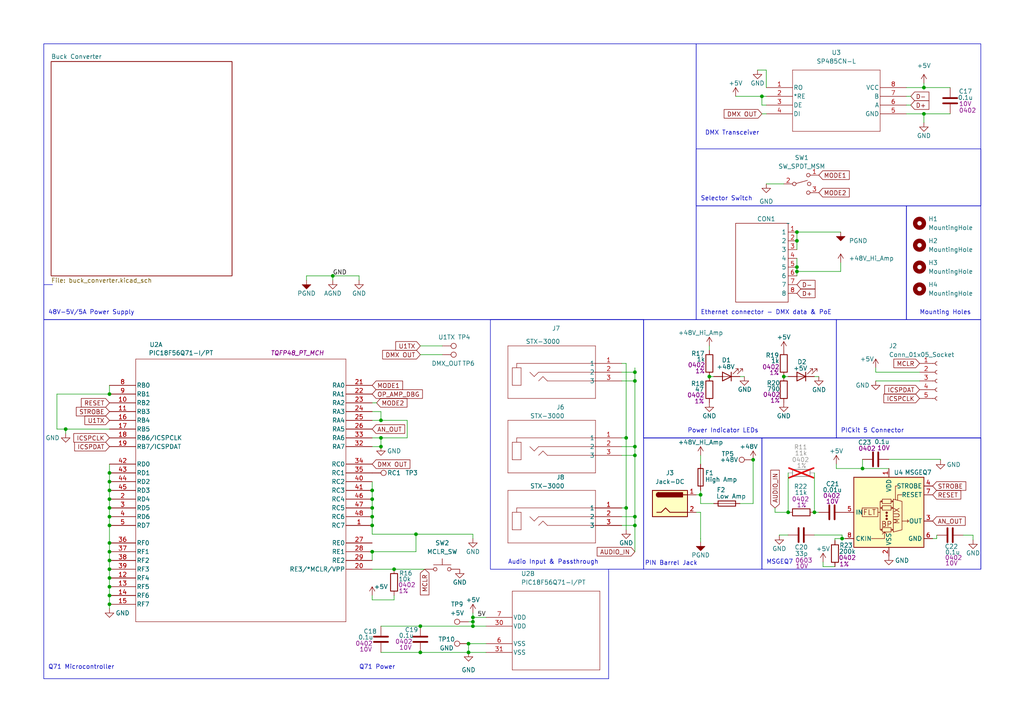
<source format=kicad_sch>
(kicad_sch (version 20230121) (generator eeschema)
  (paper "A4")
  (title_block (title "DMX Demo Transmitter") (date "2023-07-21") (rev "1") (company "Microchip") (comment 1 "Josh Booth"))
  (lib_symbols
    (symbol "+4V_1" (power) (pin_names (offset 0))
      (property "Value" "+4V_1" (at 0 3.81 0))
      (symbol "+4V_1_1_1"
        (pin power_in line (at 0 0 90) (length 0) hide (name "+48V_Hi_Amp") (number "1"))
      )
    )
    (symbol "Audio:MSGEQ7"
      (property "Reference" "U" (at -2.54 13.97 0))
      (property "Value" "MSGEQ7" (at -2.54 11.43 0))
      (symbol "MSGEQ7_0_0"
        (text "BP" (at -0.635 -3.429 0) (effects (font (size 1.524 1.524))))
        (text "FLT" (at -5.588 0 0) (effects (font (size 1.524 1.524))))
        (text "MUX" (at 2.286 -1.016 900) (effects (font (size 1.524 1.524))))
      )
      (symbol "MSGEQ7_1_1"
        (pin power_in line (at 0 12.7 270) (length 2.54) (name "VDD") (number "1"))
        (pin power_in line (at 0 -12.7 90) (length 2.54) (name "VSS") (number "2"))
        (pin output line (at 12.7 -2.54 180) (length 2.54) (name "OUT") (number "3"))
        (pin input line (at 12.7 7.62 180) (length 2.54) (name "STROBE") (number "4"))
        (pin input line (at -12.7 0 0) (length 2.54) (name "IN") (number "5"))
        (pin power_out line (at 12.7 -7.62 180) (length 2.54) (name "GND") (number "6"))
        (pin input line (at 12.7 5.08 180) (length 2.54) (name "RESET") (number "7"))
        (pin input line (at -12.7 -7.62 0) (length 2.54) (name "CKIN") (number "8"))
      )
    )
    (symbol "Connector:Conn_01x05_Socket" (pin_names (offset 1.016) hide)
      (property "Reference" "J" (at 0 7.62 0))
      (property "Value" "Conn_01x05_Socket" (at 0 -7.62 0))
      (symbol "Conn_01x05_Socket_1_1"
        (pin passive line (at -5.08 5.08 0) (length 3.81) (name "Pin_1") (number "1"))
        (pin passive line (at -5.08 2.54 0) (length 3.81) (name "Pin_2") (number "2"))
        (pin passive line (at -5.08 0 0) (length 3.81) (name "Pin_3") (number "3"))
        (pin passive line (at -5.08 -2.54 0) (length 3.81) (name "Pin_4") (number "4"))
        (pin passive line (at -5.08 -5.08 0) (length 3.81) (name "Pin_5") (number "5"))
      )
    )
    (symbol "Connector:Jack-DC" (pin_names (offset 1.016))
      (property "Reference" "J" (at 0 5.334 0))
      (property "Value" "Jack-DC" (at 0 -5.08 0))
      (symbol "Jack-DC_1_1"
        (pin passive line (at 7.62 2.54 180) (length 2.54) (name "~") (number "1"))
        (pin passive line (at 7.62 -2.54 180) (length 2.54) (name "~") (number "2"))
      )
    )
    (symbol "Connector:TestPoint" (pin_numbers hide) (pin_names (offset 0.762) hide)
      (property "Reference" "TP" (at 0 6.858 0))
      (property "Value" "TestPoint" (at 0 5.08 0))
      (symbol "TestPoint_1_1"
        (pin passive line (at 0 0 90) (length 2.54) (name "1") (number "1"))
      )
    )
    (symbol "Device:C" (pin_numbers hide) (pin_names (offset 0.254))
      (property "Reference" "C" (at 0.635 2.54 0))
      (property "Value" "C" (at 0.635 -2.54 0))
      (symbol "C_1_1"
        (pin passive line (at 0 3.81 270) (length 2.794) (name "~") (number "1"))
        (pin passive line (at 0 -3.81 90) (length 2.794) (name "~") (number "2"))
      )
    )
    (symbol "Device:Fuse" (pin_numbers hide) (pin_names (offset 0))
      (property "Reference" "F" (at 2.032 0 90))
      (property "Value" "Fuse" (at -1.905 0 90))
      (symbol "Fuse_1_1"
        (pin passive line (at 0 3.81 270) (length 1.27) (name "~") (number "1"))
        (pin passive line (at 0 -3.81 90) (length 1.27) (name "~") (number "2"))
      )
    )
    (symbol "Device:LED" (pin_numbers hide) (pin_names (offset 1.016) hide)
      (property "Reference" "D" (at 0 2.54 0))
      (property "Value" "LED" (at 0 -2.54 0))
      (symbol "LED_1_1"
        (pin passive line (at -3.81 0 0) (length 2.54) (name "K") (number "1"))
        (pin passive line (at 3.81 0 180) (length 2.54) (name "A") (number "2"))
      )
    )
    (symbol "Device:R" (pin_numbers hide) (pin_names (offset 0))
      (property "Reference" "R" (at 2.032 0 90))
      (property "Value" "R" (at 0 0 90))
      (symbol "R_1_1"
        (pin passive line (at 0 3.81 270) (length 1.27) (name "~") (number "1"))
        (pin passive line (at 0 -3.81 90) (length 1.27) (name "~") (number "2"))
      )
    )
    (symbol "GND1_1" (power) (pin_names (offset 0))
      (property "Value" "PGND" (at 3.81 -2.54 0))
      (symbol "GND1_1_1_1"
        (pin power_in line (at 0 0 0) (length 0) hide (name "PGND") (number "1"))
      )
    )
    (symbol "GND_1" (power) (pin_names (offset 0))
      (property "Value" "GND_1" (at -3.81 -2.54 0))
      (symbol "GND_1_1_1"
        (pin power_in line (at 0 0 270) (length 0) hide (name "AGND") (number "1"))
      )
    )
    (symbol "Mechanical:MountingHole" (pin_names (offset 1.016))
      (property "Reference" "H" (at 0 5.08 0))
      (property "Value" "MountingHole" (at 0 3.175 0))
    )
    (symbol "PIC18F56Q71-I-PT:PIC18F56Q71-I_PT" (pin_names (offset 0.254))
      (property "Reference" "U" (at 38.1 12.7 0))
      (property "Value" "PIC18F56Q71-I/PT" (at 38.1 10.16 0))
      (symbol "PIC18F56Q71-I_PT_1_1"
        (pin bidirectional line (at 76.2 -40.64 180) (length 7.62) (name "RC7") (number "1"))
        (pin bidirectional line (at 0 -5.08 0) (length 7.62) (name "RB2") (number "10"))
        (pin bidirectional line (at 0 -7.62 0) (length 7.62) (name "RB3") (number "11"))
        (pin bidirectional line (at 0 -55.88 0) (length 7.62) (name "RF4") (number "12"))
        (pin bidirectional line (at 0 -58.42 0) (length 7.62) (name "RF5") (number "13"))
        (pin bidirectional line (at 0 -60.96 0) (length 7.62) (name "RF6") (number "14"))
        (pin bidirectional line (at 0 -63.5 0) (length 7.62) (name "RF7") (number "15"))
        (pin bidirectional line (at 0 -10.16 0) (length 7.62) (name "RB4") (number "16"))
        (pin bidirectional line (at 0 -12.7 0) (length 7.62) (name "RB5") (number "17"))
        (pin bidirectional line (at 0 -15.24 0) (length 7.62) (name "RB6/ICSPCLK") (number "18"))
        (pin bidirectional line (at 0 -17.78 0) (length 7.62) (name "RB7/ICSPDAT") (number "19"))
        (pin bidirectional line (at 0 -33.02 0) (length 7.62) (name "RD4") (number "2"))
        (pin bidirectional line (at 76.2 -53.34 180) (length 7.62) (name "RE3/*MCLR/VPP") (number "20"))
        (pin bidirectional line (at 76.2 0 180) (length 7.62) (name "RA0") (number "21"))
        (pin bidirectional line (at 76.2 -2.54 180) (length 7.62) (name "RA1") (number "22"))
        (pin bidirectional line (at 76.2 -5.08 180) (length 7.62) (name "RA2") (number "23"))
        (pin bidirectional line (at 76.2 -7.62 180) (length 7.62) (name "RA3") (number "24"))
        (pin bidirectional line (at 76.2 -10.16 180) (length 7.62) (name "RA4") (number "25"))
        (pin bidirectional line (at 76.2 -12.7 180) (length 7.62) (name "RA5") (number "26"))
        (pin bidirectional line (at 76.2 -45.72 180) (length 7.62) (name "RE0") (number "27"))
        (pin bidirectional line (at 76.2 -48.26 180) (length 7.62) (name "RE1") (number "28"))
        (pin bidirectional line (at 76.2 -50.8 180) (length 7.62) (name "RE2") (number "29"))
        (pin bidirectional line (at 0 -35.56 0) (length 7.62) (name "RD5") (number "3"))
        (pin bidirectional line (at 76.2 -17.78 180) (length 7.62) (name "RA7") (number "32"))
        (pin bidirectional line (at 76.2 -15.24 180) (length 7.62) (name "RA6") (number "33"))
        (pin bidirectional line (at 76.2 -22.86 180) (length 7.62) (name "RC0") (number "34"))
        (pin bidirectional line (at 76.2 -25.4 180) (length 7.62) (name "RC1") (number "35"))
        (pin bidirectional line (at 0 -45.72 0) (length 7.62) (name "RF0") (number "36"))
        (pin bidirectional line (at 0 -48.26 0) (length 7.62) (name "RF1") (number "37"))
        (pin bidirectional line (at 0 -50.8 0) (length 7.62) (name "RF2") (number "38"))
        (pin bidirectional line (at 0 -53.34 0) (length 7.62) (name "RF3") (number "39"))
        (pin bidirectional line (at 0 -38.1 0) (length 7.62) (name "RD6") (number "4"))
        (pin bidirectional line (at 76.2 -27.94 180) (length 7.62) (name "RC2") (number "40"))
        (pin bidirectional line (at 76.2 -30.48 180) (length 7.62) (name "RC3") (number "41"))
        (pin bidirectional line (at 0 -22.86 0) (length 7.62) (name "RD0") (number "42"))
        (pin bidirectional line (at 0 -25.4 0) (length 7.62) (name "RD1") (number "43"))
        (pin bidirectional line (at 0 -27.94 0) (length 7.62) (name "RD2") (number "44"))
        (pin bidirectional line (at 0 -30.48 0) (length 7.62) (name "RD3") (number "45"))
        (pin bidirectional line (at 76.2 -33.02 180) (length 7.62) (name "RC4") (number "46"))
        (pin bidirectional line (at 76.2 -35.56 180) (length 7.62) (name "RC5") (number "47"))
        (pin bidirectional line (at 76.2 -38.1 180) (length 7.62) (name "RC6") (number "48"))
        (pin bidirectional line (at 0 -40.64 0) (length 7.62) (name "RD7") (number "5"))
        (pin bidirectional line (at 0 0 0) (length 7.62) (name "RB0") (number "8"))
        (pin bidirectional line (at 0 -2.54 0) (length 7.62) (name "RB1") (number "9"))
      )
      (symbol "PIC18F56Q71-I_PT_2_1"
        (pin power_in line (at 0 -2.54 0) (length 7.62) (name "VDD") (number "30"))
        (pin power_out line (at 0 -10.16 0) (length 7.62) (name "VSS") (number "31"))
        (pin power_out line (at 0 -7.62 0) (length 7.62) (name "VSS") (number "6"))
        (pin power_in line (at 0 0 0) (length 7.62) (name "VDD") (number "7"))
      )
    )
    (symbol "SP485CN-L:SP485CN-L" (pin_names (offset 0.254))
      (property "Reference" "U" (at 20.32 10.16 0))
      (property "Value" "SP485CN-L" (at 20.32 7.62 0))
      (symbol "SP485CN-L_0_1"
        (pin output line (at 0 0 0) (length 7.62) (name "RO") (number "1"))
        (pin output line (at 0 -2.54 0) (length 7.62) (name "*RE") (number "2"))
        (pin output line (at 0 -5.08 0) (length 7.62) (name "DE") (number "3"))
        (pin input line (at 0 -7.62 0) (length 7.62) (name "DI") (number "4"))
        (pin power_out line (at 40.64 -7.62 180) (length 7.62) (name "GND") (number "5"))
        (pin bidirectional line (at 40.64 -5.08 180) (length 7.62) (name "A") (number "6"))
        (pin bidirectional line (at 40.64 -2.54 180) (length 7.62) (name "B") (number "7"))
        (pin power_in line (at 40.64 0 180) (length 7.62) (name "VCC") (number "8"))
      )
    )
    (symbol "STX-3000:STX-3000" (pin_names (offset 0.254))
      (property "Reference" "J" (at -20.32 10.16 0))
      (property "Value" "STX-3000" (at -20.32 7.62 0))
      (symbol "STX-3000_0_1"
        (pin unspecified line (at 0 0 180) (length 7.62) (name "1") (number "1"))
        (pin unspecified line (at 0 -2.54 180) (length 7.62) (name "2") (number "2"))
        (pin unspecified line (at 0 -5.08 180) (length 7.62) (name "3") (number "3"))
      )
    )
    (symbol "Switch:SW_Push" (pin_numbers hide) (pin_names (offset 1.016) hide)
      (property "Reference" "SW" (at 1.27 2.54 0))
      (property "Value" "SW_Push" (at 0 -1.524 0))
      (symbol "SW_Push_0_1"
        (pin passive line (at -5.08 0 0) (length 2.54) (name "1") (number "1"))
        (pin passive line (at 5.08 0 180) (length 2.54) (name "2") (number "2"))
      )
    )
    (symbol "Switch:SW_SPDT_MSM" (pin_names (offset 0) hide)
      (property "Reference" "SW" (at 0 5.08 0))
      (property "Value" "SW_SPDT_MSM" (at 0 -5.08 0))
      (symbol "SW_SPDT_MSM_1_1"
        (pin passive line (at 5.08 2.54 180) (length 2.54) (name "1") (number "1"))
        (pin passive line (at -5.08 0 0) (length 2.54) (name "2") (number "2"))
        (pin passive line (at 5.08 -2.54 180) (length 2.54) (name "3") (number "3"))
      )
    )
    (symbol "dmx_components_library:E5J88-00LJG2-L"
      (property "Reference" "CON" (at 1.27 1.27 0))
      (symbol "E5J88-00LJG2-L_1_1"
        (pin bidirectional line (at -2.54 -2.54 0) (length 2.54) (name "1") (number "1"))
        (pin bidirectional line (at -2.54 -5.08 0) (length 2.54) (name "2") (number "2"))
        (pin bidirectional line (at -2.54 -7.62 0) (length 2.54) (name "3") (number "3"))
        (pin bidirectional line (at -2.54 -10.16 0) (length 2.54) (name "4") (number "4"))
        (pin bidirectional line (at -2.54 -12.7 0) (length 2.54) (name "5") (number "5"))
        (pin bidirectional line (at -2.54 -15.24 0) (length 2.54) (name "6") (number "6"))
        (pin bidirectional line (at -2.54 -17.78 0) (length 2.54) (name "7") (number "7"))
        (pin bidirectional line (at -2.54 -20.32 0) (length 2.54) (name "8") (number "8"))
      )
    )
    (symbol "power:+48V" (power) (pin_names (offset 0))
      (property "Value" "+48V" (at 0 3.556 0))
      (symbol "+48V_1_1"
        (pin power_in line (at 0 0 90) (length 0) hide (name "+48V") (number "1"))
      )
    )
    (symbol "power:+5V" (power) (pin_names (offset 0))
      (property "Value" "+5V" (at 0 3.556 0))
      (symbol "+5V_1_1"
        (pin power_in line (at 0 0 90) (length 0) hide (name "+5V") (number "1"))
      )
    )
    (symbol "power:GND" (power) (pin_names (offset 0))
      (property "Value" "GND" (at 0 -3.81 0))
      (symbol "GND_1_1"
        (pin power_in line (at 0 0 270) (length 0) hide (name "GND") (number "1"))
      )
    )
    (symbol "power:GND1" (power) (pin_names (offset 0))
      (property "Value" "PGND" (at 0 -5.08 0))
      (symbol "GND1_1_1"
        (pin power_in line (at 0 0 270) (length 0) hide (name "PGND") (number "1"))
      )
    )
  )
  (junction (at 181.61 147.32))
  (junction (at 250.1638 135.89))
  (junction (at 184.15 110.49))
  (junction (at 96.52 80.01))
  (junction (at 107.95 149.86))
  (junction (at 231.14 67.31))
  (junction (at 184.15 129.54))
  (junction (at 31.75 167.64))
  (junction (at 184.15 149.86))
  (junction (at 244.2373 156.21))
  (junction (at 110.49 127))
  (junction (at 110.49 129.54))
  (junction (at 31.75 160.02))
  (junction (at 184.15 132.08))
  (junction (at 31.75 172.72))
  (junction (at 107.95 152.4))
  (junction (at 220.98 27.94))
  (junction (at 31.75 162.56))
  (junction (at 205.74 109.22))
  (junction (at 137.16 179.07))
  (junction (at 218.44 133.35))
  (junction (at 31.75 170.18))
  (junction (at 231.14 69.85))
  (junction (at 31.75 142.24))
  (junction (at 121.92 181.61))
  (junction (at 231.14 77.47))
  (junction (at 31.75 147.32))
  (junction (at 31.75 114.3))
  (junction (at 31.75 165.1))
  (junction (at 184.15 107.95))
  (junction (at 31.75 149.86))
  (junction (at 31.75 157.48))
  (junction (at 236.22 148.59))
  (junction (at 203.2 143.51))
  (junction (at 107.95 160.02))
  (junction (at 107.95 147.32))
  (junction (at 267.97 25.4))
  (junction (at 135.89 186.69))
  (junction (at 31.75 139.7))
  (junction (at 120.65 154.94))
  (junction (at 231.14 78.74))
  (junction (at 228.6 148.59))
  (junction (at 31.75 175.26))
  (junction (at 267.97 33.02))
  (junction (at 110.49 121.92))
  (junction (at 107.95 144.78))
  (junction (at 181.61 127))
  (junction (at 19.05 124.46))
  (junction (at 107.95 142.24))
  (junction (at 135.89 189.23))
  (junction (at 121.92 189.23))
  (junction (at 114.3 165.1))
  (junction (at 227.33 109.22))
  (junction (at 184.15 152.4))
  (junction (at 31.75 137.16))
  (junction (at 31.75 152.4))
  (junction (at 31.75 144.78))
  (junction (at 137.16 180.34))
  (junction (at 137.16 181.61))
  (wire (pts (xy 227.33 109.22) (xy 228.6 109.22)))
  (wire (pts (xy 226.0281 155.1841) (xy 228.5681 155.1841)))
  (wire (pts (xy 236.1881 155.1841) (xy 244.2373 155.1841)))
  (wire (pts (xy 31.75 144.78) (xy 31.75 147.32)))
  (wire (pts (xy 135.89 189.23) (xy 140.97 189.23)))
  (wire (pts (xy 31.75 152.4) (xy 31.75 157.48)))
  (wire (pts (xy 121.92 189.23) (xy 135.89 189.23)))
  (wire (pts (xy 181.61 127) (xy 181.61 147.32)))
  (wire (pts (xy 110.49 119.38) (xy 110.49 121.92)))
  (wire (pts (xy 31.75 172.72) (xy 31.75 175.26)))
  (wire (pts (xy 114.3 173.99) (xy 114.3 172.72)))
  (wire (pts (xy 120.65 160.02) (xy 107.95 160.02)))
  (wire (pts (xy 31.75 147.32) (xy 31.75 149.86)))
  (wire (pts (xy 110.49 189.23) (xy 121.92 189.23)))
  (wire (pts (xy 184.15 132.08) (xy 184.15 149.86)))
  (wire (pts (xy 118.11 121.92) (xy 110.49 121.92)))
  (wire (pts (xy 203.2 142.24) (xy 203.2 143.51)))
  (wire (pts (xy 107.95 173.99) (xy 114.3 173.99)))
  (wire (pts (xy 31.75 167.64) (xy 31.75 170.18)))
  (wire (pts (xy 31.75 157.48) (xy 31.75 160.02)))
  (polyline (pts (xy 186.69 92.71) (xy 12.7 92.71)))
  (polyline (pts (xy 242.57 127) (xy 242.57 127)))
  (wire (pts (xy 104.14 81.28) (xy 104.14 80.01)))
  (wire (pts (xy 236.22 148.59) (xy 237.49 148.59)))
  (wire (pts (xy 231.14 77.47) (xy 231.14 78.74)))
  (wire (pts (xy 231.14 67.31) (xy 243.84 67.31)))
  (wire (pts (xy 226.0281 155.1841) (xy 226.0281 155.3321)))
  (wire (pts (xy 262.89 30.48) (xy 264.16 30.48)))
  (wire (pts (xy 137.16 179.07) (xy 137.16 180.34)))
  (wire (pts (xy 135.89 186.69) (xy 135.89 189.23)))
  (polyline (pts (xy 284.48 127) (xy 242.57 127)))
  (wire (pts (xy 180.34 147.32) (xy 181.61 147.32)))
  (wire (pts (xy 282.2221 155.2219) (xy 282.2221 156.5997)))
  (wire (pts (xy 137.16 177.8) (xy 137.16 179.07)))
  (wire (pts (xy 96.52 80.01) (xy 96.52 81.28)))
  (wire (pts (xy 184.15 160.02) (xy 184.15 152.4)))
  (wire (pts (xy 31.75 170.18) (xy 31.75 172.72)))
  (wire (pts (xy 203.2 148.59) (xy 201.93 148.59)))
  (wire (pts (xy 271.6947 155.2219) (xy 271.6947 156.21)))
  (wire (pts (xy 236.22 109.22) (xy 237.49 109.22)))
  (wire (pts (xy 107.95 129.54) (xy 110.49 129.54)))
  (wire (pts (xy 220.98 30.48) (xy 222.25 30.48)))
  (wire (pts (xy 267.97 25.4) (xy 262.89 25.4)))
  (wire (pts (xy 181.61 147.32) (xy 181.61 153.67)))
  (wire (pts (xy 231.14 69.85) (xy 231.14 72.39)))
  (wire (pts (xy 231.14 78.74) (xy 231.14 80.01)))
  (wire (pts (xy 19.05 124.46) (xy 31.75 124.46)))
  (wire (pts (xy 107.95 144.78) (xy 107.95 147.32)))
  (wire (pts (xy 31.75 134.62) (xy 31.75 137.16)))
  (wire (pts (xy 107.95 121.92) (xy 110.49 121.92)))
  (wire (pts (xy 16.51 114.3) (xy 16.51 124.46)))
  (wire (pts (xy 19.05 125.73) (xy 19.05 124.46)))
  (polyline (pts (xy 12.7 92.71) (xy 12.7 196.85)))
  (wire (pts (xy 231.14 67.31) (xy 231.14 69.85)))
  (wire (pts (xy 254 110.49) (xy 266.7 110.49)))
  (wire (pts (xy 31.75 142.24) (xy 31.75 144.78)))
  (wire (pts (xy 107.95 127) (xy 110.49 127)))
  (wire (pts (xy 218.44 146.05) (xy 218.44 133.35)))
  (wire (pts (xy 238.7199 164.3635) (xy 238.7199 163.0057)))
  (wire (pts (xy 31.75 139.7) (xy 31.75 142.24)))
  (wire (pts (xy 110.49 181.61) (xy 121.92 181.61)))
  (wire (pts (xy 107.95 154.94) (xy 120.65 154.94)))
  (wire (pts (xy 203.2061 156.21) (xy 203.2 156.21)))
  (wire (pts (xy 31.75 111.76) (xy 31.75 114.3)))
  (wire (pts (xy 203.2 146.05) (xy 203.2 143.51)))
  (wire (pts (xy 184.15 107.95) (xy 180.34 107.95)))
  (wire (pts (xy 242.57 135.89) (xy 242.57 134.62)))
  (wire (pts (xy 137.16 154.94) (xy 137.16 156.21)))
  (wire (pts (xy 224.79 148.59) (xy 228.6 148.59)))
  (wire (pts (xy 121.92 100.33) (xy 128.27 100.33)))
  (wire (pts (xy 120.65 154.94) (xy 137.16 154.94)))
  (polyline (pts (xy 186.69 127) (xy 186.69 92.71)))
  (polyline (pts (xy 176.53 196.85) (xy 176.53 165.1)))
  (wire (pts (xy 220.98 33.02) (xy 222.25 33.02)))
  (wire (pts (xy 222.25 53.34) (xy 227.33 53.34)))
  (wire (pts (xy 267.97 24.13) (xy 267.97 25.4)))
  (wire (pts (xy 109.22 116.84) (xy 107.95 116.84)))
  (wire (pts (xy 31.75 160.02) (xy 31.75 162.56)))
  (wire (pts (xy 107.95 160.02) (xy 107.95 162.56)))
  (wire (pts (xy 180.34 149.86) (xy 184.15 149.86)))
  (wire (pts (xy 222.25 20.32) (xy 222.25 25.4)))
  (wire (pts (xy 31.75 114.3) (xy 16.51 114.3)))
  (wire (pts (xy 243.84 78.74) (xy 231.14 78.74)))
  (polyline (pts (xy 242.57 165.1) (xy 284.48 165.1)))
  (wire (pts (xy 245.11 156.21) (xy 244.2373 156.21)))
  (wire (pts (xy 31.75 162.56) (xy 31.75 165.1)))
  (wire (pts (xy 201.93 143.51) (xy 203.2 143.51)))
  (wire (pts (xy 213.36 27.94) (xy 220.98 27.94)))
  (wire (pts (xy 121.92 181.61) (xy 137.16 181.61)))
  (wire (pts (xy 180.34 127) (xy 181.61 127)))
  (wire (pts (xy 242.1657 156.21) (xy 242.1657 156.7435)))
  (wire (pts (xy 279.3766 155.2219) (xy 282.2221 155.2219)))
  (wire (pts (xy 214.63 109.22) (xy 215.9 109.22)))
  (wire (pts (xy 238.7199 164.3635) (xy 242.1657 164.3635)))
  (wire (pts (xy 272.7862 133.2291) (xy 257.7838 133.2291)))
  (wire (pts (xy 184.15 152.4) (xy 184.15 149.86)))
  (wire (pts (xy 242.1657 156.21) (xy 244.2373 156.21)))
  (wire (pts (xy 107.95 142.24) (xy 107.95 144.78)))
  (wire (pts (xy 218.44 146.05) (xy 214.63 146.05)))
  (wire (pts (xy 203.2 132.08) (xy 203.2 134.62)))
  (wire (pts (xy 224.79 147.32) (xy 224.79 148.59)))
  (wire (pts (xy 203.2061 156.21) (xy 203.2061 157.1967)))
  (polyline (pts (xy 12.7 92.71) (xy 12.7 82.55)))
  (wire (pts (xy 137.16 180.34) (xy 135.89 180.34)))
  (wire (pts (xy 88.9 80.01) (xy 96.52 80.01)))
  (wire (pts (xy 228.6 137.16) (xy 228.6 148.59)))
  (wire (pts (xy 31.75 165.1) (xy 31.75 167.64)))
  (wire (pts (xy 137.16 180.34) (xy 137.16 181.61)))
  (polyline (pts (xy 284.48 165.1) (xy 284.48 127)))
  (wire (pts (xy 262.89 33.02) (xy 267.97 33.02)))
  (wire (pts (xy 31.75 137.16) (xy 31.75 139.7)))
  (wire (pts (xy 207.01 109.22) (xy 205.74 109.22)))
  (wire (pts (xy 250.1638 133.2291) (xy 250.1638 135.89)))
  (wire (pts (xy 114.3 165.1) (xy 107.95 165.1)))
  (polyline (pts (xy 176.53 165.1) (xy 242.57 165.1)))
  (wire (pts (xy 220.98 27.94) (xy 222.25 27.94)))
  (wire (pts (xy 107.95 147.32) (xy 107.95 149.86)))
  (wire (pts (xy 120.65 154.94) (xy 120.65 160.02)))
  (wire (pts (xy 267.97 33.02) (xy 267.97 35.56)))
  (wire (pts (xy 121.92 102.87) (xy 128.27 102.87)))
  (wire (pts (xy 244.2373 155.1841) (xy 244.2373 156.21)))
  (wire (pts (xy 250.1638 135.89) (xy 257.81 135.89)))
  (wire (pts (xy 262.89 27.94) (xy 264.16 27.94)))
  (wire (pts (xy 220.98 27.94) (xy 220.98 30.48)))
  (wire (pts (xy 184.15 107.95) (xy 184.15 106.68)))
  (wire (pts (xy 203.2 148.59) (xy 203.2 156.21)))
  (wire (pts (xy 242.57 135.89) (xy 250.1638 135.89)))
  (wire (pts (xy 181.61 105.41) (xy 181.61 127)))
  (wire (pts (xy 31.75 149.86) (xy 31.75 152.4)))
  (wire (pts (xy 140.97 186.69) (xy 135.89 186.69)))
  (wire (pts (xy 267.97 33.02) (xy 275.59 33.02)))
  (wire (pts (xy 107.95 139.7) (xy 107.95 142.24)))
  (wire (pts (xy 184.15 132.08) (xy 184.15 129.54)))
  (wire (pts (xy 272.7862 133.4933) (xy 272.7862 133.2291)))
  (wire (pts (xy 184.15 110.49) (xy 184.15 129.54)))
  (wire (pts (xy 107.95 149.86) (xy 107.95 152.4)))
  (wire (pts (xy 271.7566 155.2219) (xy 271.6947 155.2219)))
  (wire (pts (xy 137.16 181.61) (xy 140.97 181.61)))
  (wire (pts (xy 180.34 110.49) (xy 184.15 110.49)))
  (wire (pts (xy 184.15 110.49) (xy 184.15 107.95)))
  (polyline (pts (xy 12.7 196.85) (xy 176.53 196.85)))
  (wire (pts (xy 107.95 173.99) (xy 107.95 172.72)))
  (wire (pts (xy 231.14 74.93) (xy 231.14 77.47)))
  (wire (pts (xy 180.34 105.41) (xy 181.61 105.41)))
  (wire (pts (xy 271.6947 156.21) (xy 270.51 156.21)))
  (wire (pts (xy 254 107.95) (xy 254 106.68)))
  (wire (pts (xy 110.49 127) (xy 110.49 129.54)))
  (wire (pts (xy 180.34 132.08) (xy 184.15 132.08)))
  (wire (pts (xy 243.84 76.2) (xy 243.84 78.74)))
  (wire (pts (xy 180.34 129.54) (xy 184.15 129.54)))
  (polyline (pts (xy 242.57 127) (xy 186.69 127)))
  (wire (pts (xy 207.01 146.05) (xy 203.2 146.05)))
  (wire (pts (xy 236.22 137.16) (xy 236.22 148.59)))
  (wire (pts (xy 205.74 100.33) (xy 205.74 101.6)))
  (wire (pts (xy 118.11 127) (xy 110.49 127)))
  (wire (pts (xy 266.7 107.95) (xy 254 107.95)))
  (wire (pts (xy 107.95 119.38) (xy 110.49 119.38)))
  (wire (pts (xy 267.97 25.4) (xy 275.59 25.4)))
  (polyline (pts (xy 12.7 82.55) (xy 15.24 82.55)))
  (wire (pts (xy 180.34 152.4) (xy 184.15 152.4)))
  (wire (pts (xy 137.16 179.07) (xy 140.97 179.07)))
  (wire (pts (xy 118.11 121.92) (xy 118.11 127)))
  (wire (pts (xy 104.14 80.01) (xy 96.52 80.01)))
  (wire (pts (xy 114.3 165.1) (xy 123.19 165.1)))
  (wire (pts (xy 88.9 80.01) (xy 88.9 81.28)))
  (wire (pts (xy 31.75 175.26) (xy 31.75 176.53)))
  (wire (pts (xy 16.51 124.46) (xy 19.05 124.46)))
  (wire (pts (xy 219.71 20.32) (xy 222.25 20.32)))
  (wire (pts (xy 107.95 152.4) (xy 107.95 154.94)))
  (rectangle (start 12.7 12.7) (end 201.93 92.71))
  (rectangle (start 201.93 43.18) (end 284.48 59.69))
  (rectangle (start 186.69 92.71) (end 242.57 127))
  (rectangle (start 262.89 59.69) (end 284.48 92.71))
  (rectangle (start 220.98 127) (end 284.48 165.1))
  (rectangle (start 186.69 127) (end 220.98 165.1))
  (rectangle (start 201.93 12.7) (end 284.48 59.69))
  (rectangle (start 142.24 92.71) (end 186.69 165.1))
  (rectangle (start 242.57 92.71) (end 284.48 127))
  (rectangle (start 201.93 59.69) (end 262.89 92.71))
  (text "PIN Barrel Jack" (at 187.0151 164.1647 0) (effects (font (size 1.27 1.27)) (justify left bottom)))
  (text "Selector Switch" (at 203.2 58.42 0) (effects (font (size 1.27 1.27)) (justify left bottom)))
  (text "Q71 Power" (at 104.14 194.31 0) (effects (font (size 1.27 1.27)) (justify left bottom)))
  (text "Q71 Microcontroller" (at 13.97 194.31 0) (effects (font (size 1.27 1.27)) (justify left bottom)))
  (text "Audio Input & Passthrough\n" (at 147.32 163.83 0) (effects (font (size 1.27 1.27)) (justify left bottom)))
  (text "48V-5V/5A Power Supply\n" (at 13.97 91.44 0) (effects (font (size 1.27 1.27)) (justify left bottom)))
  (text "MSGEQ7\n" (at 222.25 163.83 0) (effects (font (size 1.27 1.27)) (justify left bottom)))
  (text "DMX Transceiver\n" (at 204.47 39.37 0) (effects (font (size 1.27 1.27)) (justify left bottom)))
  (text "Power Indicator LEDs\n" (at 199.39 125.73 0) (effects (font (size 1.27 1.27)) (justify left bottom)))
  (text "Ethernet connector - DMX data & PoE" (at 203.2 91.44 0) (effects (font (size 1.27 1.27)) (justify left bottom)))
  (text "Mounting Holes\n" (at 266.7 91.44 0) (effects (font (size 1.27 1.27)) (justify left bottom)))
  (text "PICkit 5 Connector\n" (at 243.84 125.73 0) (effects (font (size 1.27 1.27)) (justify left bottom)))
  (label "5V" (at 138.43 179.07 0))
  (label "GND" (at 96.52 80.01 0))
  (global_label "D+" (shape input) (at 231.14 85.09 0) (property "Intersheetrefs" "${INTERSHEET_REFS}" (effects hide)))
  (global_label "MODE2" (shape input) (at 109.22 116.84 0) (property "Intersheetrefs" "${INTERSHEET_REFS}" (effects hide)))
  (global_label "RESET" (shape input) (at 270.51 143.51 0) (property "Intersheetrefs" "${INTERSHEET_REFS}" (effects hide)))
  (global_label "RESET" (shape input) (at 31.75 116.84 180) (property "Intersheetrefs" "${INTERSHEET_REFS}" (effects hide)))
  (global_label "D-" (shape input) (at 231.14 82.55 0) (property "Intersheetrefs" "${INTERSHEET_REFS}" (effects hide)))
  (global_label "DMX OUT" (shape input) (at 121.92 102.87 180) (property "Intersheetrefs" "${INTERSHEET_REFS}" (effects hide)))
  (global_label "AUDIO_IN" (shape input) (at 184.15 160.02 180) (property "Intersheetrefs" "${INTERSHEET_REFS}" (effects hide)))
  (global_label "OP_AMP_DBG" (shape input) (at 107.95 114.3 0) (property "Intersheetrefs" "${INTERSHEET_REFS}" (effects hide)))
  (global_label "DMX OUT" (shape input) (at 220.98 33.02 180) (property "Intersheetrefs" "${INTERSHEET_REFS}" (effects hide)))
  (global_label "MODE2" (shape input) (at 237.49 55.88 0) (property "Intersheetrefs" "${INTERSHEET_REFS}" (effects hide)))
  (global_label "MODE1" (shape input) (at 237.49 50.8 0) (property "Intersheetrefs" "${INTERSHEET_REFS}" (effects hide)))
  (global_label "MODE1" (shape input) (at 107.95 111.76 0) (property "Intersheetrefs" "${INTERSHEET_REFS}" (effects hide)))
  (global_label "ICSPCLK" (shape input) (at 266.7 115.57 180) (property "Intersheetrefs" "${INTERSHEET_REFS}" (effects hide)))
  (global_label "ICSPDAT" (shape input) (at 31.75 129.54 180) (property "Intersheetrefs" "${INTERSHEET_REFS}" (effects hide)))
  (global_label "D+" (shape input) (at 264.16 30.48 0) (property "Intersheetrefs" "${INTERSHEET_REFS}" (effects hide)))
  (global_label "D-" (shape input) (at 264.16 27.94 0) (property "Intersheetrefs" "${INTERSHEET_REFS}" (effects hide)))
  (global_label "DMX OUT" (shape input) (at 107.95 134.62 0) (property "Intersheetrefs" "${INTERSHEET_REFS}" (effects hide)))
  (global_label "U1TX" (shape input) (at 31.75 121.92 180) (property "Intersheetrefs" "${INTERSHEET_REFS}" (effects hide)))
  (global_label "AN_OUT" (shape input) (at 270.51 151.13 0) (property "Intersheetrefs" "${INTERSHEET_REFS}" (effects hide)))
  (global_label "AUDIO_IN" (shape input) (at 224.79 147.32 90) (property "Intersheetrefs" "${INTERSHEET_REFS}" (effects hide)))
  (global_label "MCLR" (shape input) (at 266.7 105.41 180) (property "Intersheetrefs" "${INTERSHEET_REFS}" (effects hide)))
  (global_label "STROBE" (shape input) (at 270.51 140.97 0) (property "Intersheetrefs" "${INTERSHEET_REFS}" (effects hide)))
  (global_label "MCLR" (shape input) (at 123.1692 165.1 270) (property "Intersheetrefs" "${INTERSHEET_REFS}" (effects hide)))
  (global_label "AN_OUT" (shape input) (at 107.95 124.46 0) (property "Intersheetrefs" "${INTERSHEET_REFS}" (effects hide)))
  (global_label "ICSPDAT" (shape input) (at 266.7 113.03 180) (property "Intersheetrefs" "${INTERSHEET_REFS}" (effects hide)))
  (global_label "STROBE" (shape input) (at 31.75 119.38 180) (property "Intersheetrefs" "${INTERSHEET_REFS}" (effects hide)))
  (global_label "U1TX" (shape input) (at 121.92 100.33 180) (property "Intersheetrefs" "${INTERSHEET_REFS}" (effects hide)))
  (global_label "ICSPCLK" (shape input) (at 31.75 127 180) (property "Intersheetrefs" "${INTERSHEET_REFS}" (effects hide)))
  (symbol (lib_id "power:GND") (at 215.9 109.22 0) (unit 1)
    (property "Reference" "#PWR029" (effects hide))
    (property "Value" "GND" (at 216.0051 112.9616 0))
  )
  (symbol (lib_id "Mechanical:MountingHole") (at 266.7 83.82 0) (unit 1)
    (property "Reference" "H4" (at 269.24 82.55 0) (effects (justify left)))
    (property "Value" "MountingHole" (at 269.24 85.09 0) (effects (justify left)))
    (property "Footprint" "MountingHole:MountingHole_3.2mm_M3" (effects hide))
    (property "Tolerance" "N/A" (effects hide))
    (property "Voltage" "N/A" (effects hide))
    (property "Package" "N/A" (effects hide))
    (property "Vendor" "N/A" (effects hide))
  )
  (symbol (lib_id "Mechanical:MountingHole") (at 266.7 64.77 0) (unit 1)
    (property "Reference" "H1" (at 269.24 63.5 0) (effects (justify left)))
    (property "Value" "MountingHole" (at 269.24 66.04 0) (effects (justify left)))
    (property "Footprint" "MountingHole:MountingHole_3.2mm_M3" (effects hide))
    (property "Tolerance" "N/A" (effects hide))
    (property "Voltage" "N/A" (effects hide))
    (property "Package" "N/A" (effects hide))
    (property "Vendor" "N/A" (effects hide))
  )
  (symbol (lib_id "power:GND") (at 222.25 53.34 0) (unit 1)
    (property "Reference" "#PWR045" (effects hide))
    (property "Value" "GND" (at 222.25 58.42 0))
  )
  (symbol (lib_id "Connector:TestPoint") (at 128.27 100.33 270) (unit 1)
    (property "Reference" "TP4" (at 134.62 97.79 90))
    (property "Value" "U1TX" (at 129.54 97.79 90))
    (property "Footprint" "TestPoint:TestPoint_Loop_D2.50mm_Drill1.0mm" (effects hide))
    (property "Package" "N/A" (effects hide))
    (property "Tolerance" "N/A" (effects hide))
    (property "Voltage" "N/A" (effects hide))
    (property "Vendor" "N/A" (effects hide))
  )
  (symbol (lib_name "+4V_1") (lib_id "power:+4V") (at 203.2 132.08 0) (mirror y) (unit 1)
    (property "Reference" "#PWR059" (effects hide))
    (property "Value" "+48V Hi Amp" (at 203.2 128.27 0))
  )
  (symbol (lib_id "Connector:Jack-DC") (at 194.31 146.05 0) (unit 1)
    (property "Reference" "J3" (at 194.31 137.16 0))
    (property "Value" "Jack-DC" (at 194.31 139.7 0))
    (property "Footprint" "PJ-063AH:BarrelJack_CUI_PJ-063AH_Horizontal" (effects hide))
    (property "Tolerance" "N/A" (effects hide))
    (property "Voltage" "N/A" (effects hide))
    (property "Package" "N/A" (effects hide))
    (property "Vendor" "https://www.digikey.com/en/products/detail/cui-devices/PJ-063AH/2161208?s=N4IgTCBcDaIAoCkC0AGAbAZgIIAkQF0BfIA" (effects hide))
  )
  (symbol (lib_id "Device:C") (at 241.3 148.59 90) (unit 1)
    (property "Reference" "C21" (at 241.4963 140.3548 90))
    (property "Value" "0.01u" (at 241.3977 142.0882 90))
    (property "Footprint" "Capacitor_SMD:C_0402_1005Metric_Pad0.74x0.62mm_HandSolder" (effects hide))
    (property "Package" "0402" (at 241.2144 143.7794 90))
    (property "Tolerance" "N/A" (effects hide))
    (property "Voltage" "10V" (at 241.3977 145.4283 90))
    (property "Vendor" "https://www.digikey.com/en/products/detail/samsung-electro-mechanics/CL05B103KB5NNNC/3886686" (effects hide))
  )
  (symbol (lib_id "power:+5V") (at 254 106.68 0) (unit 1)
    (property "Reference" "#PWR036" (effects hide))
    (property "Value" "+5V" (at 251.46 104.14 0))
  )
  (symbol (lib_id "Device:R") (at 227.33 105.41 180) (unit 1)
    (property "Reference" "R19" (at 225.9723 103.0525 0) (effects (justify left)))
    (property "Value" "1k" (at 226.0781 104.6591 0) (effects (justify left)))
    (property "Footprint" "Resistor_SMD:R_0402_1005Metric_Pad0.72x0.64mm_HandSolder" (effects hide))
    (property "Package" "0402" (at 226.1203 106.4348 0) (effects (justify left)))
    (property "Tolerance" "1%" (at 226.0146 108.1048 0) (effects (justify left)))
    (property "Voltage" "N/A" (effects hide))
    (property "Vendor" "https://www.digikey.com/en/products/detail/susumu/RR0510P-102-D/432398" (effects hide))
  )
  (symbol (lib_id "STX-3000:STX-3000") (at 180.34 147.32 0) (unit 1)
    (property "Reference" "J8" (at 162.56 138.43 0))
    (property "Value" "STX-3000" (at 158.75 140.97 0))
    (property "Footprint" "STX-3000_KYC" (effects hide))
    (property "Datasheet" "STX-3000" (effects hide))
    (property "Package" "N/A" (effects hide))
    (property "Tolerance" "N/A" (effects hide))
    (property "Voltage" "N/A" (effects hide))
    (property "Vendor" "https://www.digikey.com/en/products/detail/kycon-inc/STX-3000/9975995?s=N4IgTCBcDaIMoBUAaBaAzABiyAugXyA" (effects hide))
  )
  (symbol (lib_id "SP485CN-L:SP485CN-L") (at 222.25 25.4 0) (unit 1)
    (property "Reference" "U3" (at 242.57 15.24 0))
    (property "Value" "SP485CN-L" (at 242.57 17.78 0))
    (property "Footprint" "NSOIC-8" (effects hide))
    (property "Datasheet" "SP485CN-L" (effects hide))
    (property "Package" "SOIC-8" (effects hide))
    (property "Tolerance" "N/A" (effects hide))
    (property "Voltage" "N/A" (effects hide))
    (property "Vendor" "https://www.digikey.com/en/products/detail/maxlinear-inc/SP485CN-L/2411099" (effects hide))
  )
  (symbol (lib_id "Connector:Conn_01x05_Socket") (at 271.78 110.49 0) (unit 1)
    (property "Reference" "J2" (at 257.81 100.33 0) (effects (justify left)))
    (property "Value" "Conn_01x05_Socket" (at 257.81 102.87 0) (effects (justify left)))
  )
  (symbol (lib_id "power:GND1") (at 88.9 81.28 0) (unit 1)
    (property "Reference" "#PWR07" (effects hide))
    (property "Value" "PGND" (at 88.9 85.09 0))
  )
  (symbol (lib_id "Device:LED") (at 232.41 109.22 180) (unit 1)
    (property "Reference" "D2" (at 232.6048 104.9709 0))
    (property "Value" "+5V" (at 232.1291 106.8259 0))
    (property "Footprint" "LED_SMD:LED_0603_1608Metric_Pad1.05x0.95mm_HandSolder" (effects hide))
    (property "Package" "0603" (effects hide))
    (property "Tolerance" "N/A" (effects hide))
    (property "Voltage" "N/A" (effects hide))
    (property "Vendor" "https://www.digikey.com/en/products/detail/liteon/LTST-C190GKT/269230" (effects hide))
  )
  (symbol (lib_id "Device:R") (at 232.41 148.59 90) (unit 1)
    (property "Reference" "R22" (at 232.2197 141.0985 90))
    (property "Value" "11k" (at 232.3148 142.8584 90))
    (property "Footprint" "Resistor_SMD:R_0402_1005Metric_Pad0.72x0.64mm_HandSolder" (effects hide))
    (property "Tolerance" "1%" (at 232.5051 146.4733 90))
    (property "Voltage" "N/A" (effects hide))
    (property "Package" "0402" (at 232.1721 144.7609 90))
    (property "Vendor" "https://www.digikey.com/en/products/detail/panasonic-electronic-components/ERA-2AEB223X/1706037" (effects hide))
  )
  (symbol (lib_id "Mechanical:MountingHole") (at 266.7 77.47 0) (unit 1)
    (property "Reference" "H3" (at 269.24 76.2 0) (effects (justify left)))
    (property "Value" "MountingHole" (at 269.24 78.74 0) (effects (justify left)))
    (property "Footprint" "MountingHole:MountingHole_3.2mm_M3" (effects hide))
    (property "Tolerance" "N/A" (effects hide))
    (property "Voltage" "N/A" (effects hide))
    (property "Package" "N/A" (effects hide))
    (property "Vendor" "N/A" (effects hide))
  )
  (symbol (lib_id "Device:C") (at 121.92 185.42 180) (unit 1)
    (property "Reference" "C19" (at 117.4027 182.6569 0) (effects (justify right)))
    (property "Value" "0.1u" (at 115.6505 184.3243 0) (effects (justify right)))
    (property "Footprint" "Capacitor_SMD:C_0402_1005Metric_Pad0.74x0.62mm_HandSolder" (effects hide))
    (property "Package" "0402" (at 117.1201 186.0766 0))
    (property "Tolerance" "N/A" (effects hide))
    (property "Voltage" "10V" (at 117.6005 187.8004 0))
    (property "Vendor" "https://www.digikey.com/en/products/detail/samsung-electro-mechanics/CL05A104KA5NNNC/3886701" (effects hide))
  )
  (symbol (lib_id "Device:R") (at 242.1657 160.5535 0) (unit 1)
    (property "Reference" "R23" (at 243.4401 158.1842 0) (effects (justify left)))
    (property "Value" "200k" (at 243.2974 159.9441 0) (effects (justify left)))
    (property "Footprint" "Resistor_SMD:R_0402_1005Metric_Pad0.72x0.64mm_HandSolder" (effects hide))
    (property "Package" "0402" (at 245.7707 161.7515 0))
    (property "Tolerance" "1%" (at 244.867 163.6065 0))
    (property "Voltage" "N/A" (effects hide))
    (property "Vendor" "https://www.digikey.com/en/products/detail/yageo/RT0402BRD07200KL/5926115" (effects hide))
  )
  (symbol (lib_id "power:GND") (at 272.7862 133.4933 0) (unit 1)
    (property "Reference" "#PWR046" (effects hide))
    (property "Value" "GND" (at 276.5962 134.7633 0))
  )
  (symbol (lib_name "+4V_1") (lib_id "power:+4V") (at 205.74 100.33 0) (unit 1)
    (property "Reference" "#PWR027" (effects hide))
    (property "Value" "+48V Hi Amp" (at 203.2 96.52 0))
  )
  (symbol (lib_id "power:+5V") (at 107.95 172.72 0) (unit 1)
    (property "Reference" "#PWR015" (effects hide))
    (property "Value" "+5V" (at 110.49 170.18 0))
  )
  (symbol (lib_id "Device:Fuse") (at 210.82 146.05 90) (unit 1)
    (property "Reference" "F2" (at 210.3882 142.0824 90) (effects (justify left)))
    (property "Value" "Low Amp" (at 216.3706 143.9327 90) (effects (justify left)))
    (property "Footprint" "0679L9100-05:0679L9100-05" (effects hide))
    (property "Package" "Misc" (effects hide))
    (property "Tolerance" "N/A" (effects hide))
    (property "Vendor" "https://www.digikey.com/en/products/detail/bel-fuse-inc/0679L1000-05/5844030" (effects hide))
    (property "Voltage" "N/A" (effects hide))
  )
  (symbol (lib_id "power:GND") (at 267.97 35.56 0) (unit 1)
    (property "Reference" "#PWR041" (effects hide))
    (property "Value" "GND" (at 267.97 39.37 0))
  )
  (symbol (lib_id "Connector:TestPoint") (at 128.27 102.87 270) (unit 1)
    (property "Reference" "TP6" (at 135.89 105.41 90))
    (property "Value" "DMX_OUT" (at 129.54 105.41 90))
    (property "Footprint" "TestPoint:TestPoint_Loop_D2.50mm_Drill1.0mm" (effects hide))
    (property "Package" "N/A" (effects hide))
    (property "Tolerance" "N/A" (effects hide))
    (property "Voltage" "N/A" (effects hide))
    (property "Vendor" "N/A" (effects hide))
  )
  (symbol (lib_id "power:+5V") (at 137.16 177.8 0) (unit 1)
    (property "Reference" "#PWR016" (effects hide))
    (property "Value" "+5V" (at 137.16 173.99 0))
  )
  (symbol (lib_id "Device:C") (at 232.3781 155.1841 90) (unit 1)
    (property "Reference" "C20" (at 234.3615 158.7177 90) (effects (justify left)))
    (property "Value" "33p" (at 234.3615 160.5726 90) (effects (justify left)))
    (property "Footprint" "Capacitor_SMD:C_0603_1608Metric_Pad1.08x0.95mm_HandSolder" (effects hide))
    (property "Package" "0603" (at 233.1391 162.5195 90))
    (property "Tolerance" "N/A" (effects hide))
    (property "Voltage" "10V" (at 232.5895 164.1683 90))
    (property "Vendor" "https://www.digikey.com/en/products/detail/kemet/C0603C330K4HAC7867/7946792" (effects hide))
  )
  (symbol (lib_id "power:GND") (at 137.16 156.21 0) (unit 1)
    (property "Reference" "#PWR014" (effects hide))
    (property "Value" "GND" (at 137.16 160.02 0))
  )
  (symbol (lib_name "+4V_1") (lib_id "power:+4V") (at 243.84 76.2 0) (unit 1)
    (property "Reference" "#PWR035" (effects hide))
    (property "Value" "+48V Hi Amp" (at 252.73 74.93 0))
  )
  (symbol (lib_id "power:GND") (at 181.61 153.67 0) (unit 1)
    (property "Reference" "#PWR04" (effects hide))
    (property "Value" "GND" (at 181.61 157.48 0))
  )
  (symbol (lib_id "Device:LED") (at 210.82 109.22 180) (unit 1)
    (property "Reference" "D1" (at 210.6779 104.4477 0))
    (property "Value" "+48V" (at 210.4877 106.3978 0))
    (property "Footprint" "LED_SMD:LED_0603_1608Metric_Pad1.05x0.95mm_HandSolder" (effects hide))
    (property "Package" "0603" (effects hide))
    (property "Tolerance" "N/A" (effects hide))
    (property "Voltage" "N/A" (effects hide))
    (property "Vendor" "https://www.digikey.com/en/products/detail/liteon/LTST-C191KSKT/386839" (effects hide))
  )
  (symbol (lib_id "Connector:TestPoint") (at 107.95 137.16 270) (unit 1)
    (property "Reference" "TP3" (at 119.38 137.16 90))
    (property "Value" "RC1" (at 114.3 137.16 90))
    (property "Footprint" "TestPoint:TestPoint_Loop_D2.50mm_Drill1.0mm" (effects hide))
    (property "Package" "N/A" (effects hide))
    (property "Tolerance" "N/A" (effects hide))
    (property "Voltage" "N/A" (effects hide))
    (property "Vendor" "N/A" (effects hide))
  )
  (symbol (lib_id "Device:C") (at 253.9738 133.2291 270) (unit 1)
    (property "Reference" "C23" (at 248.844 128.2966 90) (effects (justify left)))
    (property "Value" "0.1u" (at 253.6144 128.1345 90) (effects (justify left)))
    (property "Footprint" "Capacitor_SMD:C_0402_1005Metric_Pad0.74x0.62mm_HandSolder" (effects hide))
    (property "Package" "0402" (at 251.4794 130.0793 90))
    (property "Tolerance" "N/A" (effects hide))
    (property "Voltage" "10V" (at 256.278 129.9102 90))
    (property "Vendor" "https://www.digikey.com/en/products/detail/samsung-electro-mechanics/CL05A104KA5NNNC/3886701" (effects hide))
  )
  (symbol (lib_id "power:GND") (at 254 110.49 0) (unit 1)
    (property "Reference" "#PWR037" (effects hide))
    (property "Value" "GND" (at 250.19 111.76 0))
  )
  (symbol (lib_name "GND_1") (lib_id "power:GND") (at 96.52 81.28 0) (unit 1)
    (property "Reference" "#PWR08" (effects hide))
    (property "Value" "AGND" (at 96.52 85.09 0))
  )
  (symbol (lib_name "GND1_1") (lib_id "power:GND1") (at 243.84 67.31 0) (unit 1)
    (property "Reference" "#PWR034" (effects hide))
    (property "Value" "PGND" (at 248.92 69.85 0))
  )
  (symbol (lib_id "power:GND") (at 205.74 116.84 0) (unit 1)
    (property "Reference" "#PWR028" (effects hide))
    (property "Value" "GND" (at 205.74 120.65 0))
  )
  (symbol (lib_id "Device:R") (at 227.33 113.03 180) (unit 1)
    (property "Reference" "R20" (at 222.3786 111.1066 0) (effects (justify right)))
    (property "Value" "790" (at 222.4209 112.8189 0) (effects (justify right)))
    (property "Footprint" "Resistor_SMD:R_0402_1005Metric_Pad0.72x0.64mm_HandSolder" (effects hide))
    (property "Package" "0402" (at 223.7949 114.4467 0))
    (property "Tolerance" "1%" (at 224.8308 116.1378 0))
    (property "Voltage" "N/A" (effects hide))
    (property "Vendor" "https://www.digikey.com/en/products/detail/yageo/RC0402FR-07787RL/5281093" (effects hide))
  )
  (symbol (lib_id "PIC18F56Q71-I-PT:PIC18F56Q71-I_PT") (at 31.75 111.76 0) (unit 1)
    (property "Reference" "U2" (at 45.2593 99.9638 0))
    (property "Value" "PIC18F56Q71-I/PT" (at 52.5023 102.3782 0))
    (property "Footprint" "TQFP48_PT_MCH" (at 86.1419 102.3782 0) (effects (font italic)))
    (property "Datasheet" "PIC18F56Q71-I/PT" (effects hide))
    (property "Package" "TQFP48" (effects hide))
    (property "Tolerance" "N/A" (effects hide))
    (property "Voltage" "N/A" (effects hide))
    (property "Vendor" "https://www.digikey.com/en/products/detail/microchip-technology/PIC18F56Q71-I-PT/17631044" (effects hide))
  )
  (symbol (lib_id "power:GND") (at 19.05 125.73 0) (unit 1)
    (property "Reference" "#PWR053" (effects hide))
    (property "Value" "GND" (at 15.24 127 0))
  )
  (symbol (lib_id "Device:R") (at 232.41 137.16 90) (unit 1) (dnp yes)
    (property "Reference" "R11" (at 232.2197 129.6685 90))
    (property "Value" "11k" (at 232.3148 131.4284 90))
    (property "Footprint" "Resistor_SMD:R_0402_1005Metric_Pad0.72x0.64mm_HandSolder" (effects hide))
    (property "Tolerance" "1%" (at 232.5051 135.0433 90))
    (property "Voltage" "N/A" (effects hide))
    (property "Package" "0402" (at 232.1721 133.3309 90))
    (property "Vendor" "https://www.digikey.com/en/products/detail/panasonic-electronic-components/ERA-2AEB223X/1706037" (effects hide))
  )
  (symbol (lib_id "power:GND") (at 237.49 109.22 0) (unit 1)
    (property "Reference" "#PWR033" (effects hide))
    (property "Value" "GND" (at 237.5514 113.0568 0))
  )
  (symbol (lib_id "Switch:SW_SPDT_MSM") (at 232.41 53.34 0) (unit 1)
    (property "Reference" "SW1" (at 232.537 45.72 0))
    (property "Value" "SW_SPDT_MSM" (at 232.537 48.26 0))
    (property "Footprint" "100AWDP1T2B4M2QE:100AWDP1T2B4M2QE" (effects hide))
    (property "Tolerance" "N/A" (effects hide))
    (property "Voltage" "N/A" (effects hide))
    (property "Package" "N/A" (effects hide))
    (property "Vendor" "https://www.digikey.com/en/products/detail/e-switch/100AWSP1T2B4M2QE/1803039" (effects hide))
  )
  (symbol (lib_id "Connector:TestPoint") (at 135.89 186.69 90) (unit 1)
    (property "Reference" "TP10" (at 129.54 185.42 90))
    (property "Value" "GND" (at 129.54 187.96 90))
    (property "Footprint" "TestPoint:TestPoint_Loop_D2.50mm_Drill1.0mm" (effects hide))
    (property "Package" "N/A" (effects hide))
    (property "Tolerance" "N/A" (effects hide))
    (property "Voltage" "N/A" (effects hide))
    (property "Vendor" "N/A" (effects hide))
  )
  (symbol (lib_id "Mechanical:MountingHole") (at 266.7 71.12 0) (unit 1)
    (property "Reference" "H2" (at 269.24 69.85 0) (effects (justify left)))
    (property "Value" "MountingHole" (at 269.24 72.39 0) (effects (justify left)))
    (property "Footprint" "MountingHole:MountingHole_3.2mm_M3" (effects hide))
    (property "Tolerance" "N/A" (effects hide))
    (property "Voltage" "N/A" (effects hide))
    (property "Package" "N/A" (effects hide))
    (property "Vendor" "N/A" (effects hide))
  )
  (symbol (lib_id "Device:C") (at 275.59 29.21 180) (unit 1)
    (property "Reference" "C17" (at 278.0594 26.4948 0) (effects (justify right)))
    (property "Value" "0.1u" (at 277.8216 28.3022 0) (effects (justify right)))
    (property "Footprint" "Capacitor_SMD:C_0402_1005Metric_Pad0.74x0.62mm_HandSolder" (effects hide))
    (property "Voltage" "10V" (at 279.962 30.1096 0))
    (property "Package" "0402" (at 280.6279 32.0121 0))
    (property "Tolerance" "N/A" (effects hide))
    (property "Vendor" "https://www.digikey.com/en/products/detail/samsung-electro-mechanics/CL05A104KA5NNNC/3886701" (effects hide))
  )
  (symbol (lib_id "Connector:TestPoint") (at 135.89 180.34 90) (unit 1)
    (property "Reference" "TP9" (at 132.588 175.26 90))
    (property "Value" "+5V" (at 132.588 177.8 90))
    (property "Footprint" "TestPoint:TestPoint_Loop_D2.50mm_Drill1.0mm" (effects hide))
    (property "Package" "N/A" (effects hide))
    (property "Tolerance" "N/A" (effects hide))
    (property "Voltage" "N/A" (effects hide))
    (property "Vendor" "N/A" (effects hide))
  )
  (symbol (lib_id "Device:R") (at 205.74 113.03 180) (unit 1)
    (property "Reference" "R18" (at 204.3073 111.2493 0) (effects (justify left)))
    (property "Value" "47" (at 204.1804 112.9616 0) (effects (justify left)))
    (property "Footprint" "Resistor_SMD:R_0402_1005Metric_Pad0.72x0.64mm_HandSolder" (effects hide))
    (property "Package" "0402" (at 204.3496 114.5894 0) (effects (justify left)))
    (property "Tolerance" "1%" (at 204.2861 116.3651 0) (effects (justify left)))
    (property "Voltage" "N/A" (effects hide))
    (property "Vendor" "https://www.digikey.com/en/products/detail/yageo/RC0402FR-0747RL/2827566" (effects hide))
  )
  (symbol (lib_id "STX-3000:STX-3000") (at 180.34 127 0) (unit 1)
    (property "Reference" "J6" (at 162.56 118.11 0))
    (property "Value" "STX-3000" (at 158.75 120.65 0))
    (property "Footprint" "STX-3000_KYC" (effects hide))
    (property "Datasheet" "STX-3000" (effects hide))
    (property "Package" "N/A" (effects hide))
    (property "Tolerance" "N/A" (effects hide))
    (property "Voltage" "N/A" (effects hide))
    (property "Vendor" "https://www.digikey.com/en/products/detail/kycon-inc/STX-3000/9975995?s=N4IgTCBcDaIMoBUAaBaAzABiyAugXyA" (effects hide))
  )
  (symbol (lib_id "STX-3000:STX-3000") (at 180.34 105.41 0) (unit 1)
    (property "Reference" "J7" (at 161.29 95.25 0))
    (property "Value" "STX-3000" (at 157.48 99.06 0))
    (property "Footprint" "STX-3000_KYC" (effects hide))
    (property "Datasheet" "STX-3000" (effects hide))
    (property "Package" "N/A" (effects hide))
    (property "Tolerance" "N/A" (effects hide))
    (property "Voltage" "N/A" (effects hide))
    (property "Vendor" "https://www.digikey.com/en/products/detail/kycon-inc/STX-3000/9975995?s=N4IgTCBcDaIMoBUAaBaAzABiyAugXyA" (effects hide))
  )
  (symbol (lib_id "power:+5V") (at 242.57 134.62 0) (unit 1)
    (property "Reference" "#PWR039" (effects hide))
    (property "Value" "+5V" (at 242.57 130.81 0))
  )
  (symbol (lib_id "power:GND") (at 227.33 116.84 0) (unit 1)
    (property "Reference" "#PWR031" (effects hide))
    (property "Value" "GND" (at 227.33 120.65 0))
  )
  (symbol (lib_id "power:GND") (at 104.14 81.28 0) (unit 1)
    (property "Reference" "#PWR058" (effects hide))
    (property "Value" "GND" (at 104.14 85.09 0))
  )
  (symbol (lib_id "Device:Fuse") (at 203.2 138.43 180) (unit 1)
    (property "Reference" "F1" (at 207.01 137.16 0) (effects (justify left)))
    (property "Value" "High Amp" (at 213.8249 139.0719 0) (effects (justify left)))
    (property "Footprint" "0679L9100-05:0679L9100-05" (effects hide))
    (property "Package" "Misc" (effects hide))
    (property "Tolerance" "N/A" (effects hide))
    (property "Vendor" "https://www.digikey.com/en/products/detail/bel-fuse-inc/0679L9100-05/5844042" (effects hide))
    (property "Voltage" "N/A" (effects hide))
  )
  (symbol (lib_id "PIC18F56Q71-I-PT:PIC18F56Q71-I_PT") (at 140.97 179.07 0) (unit 2)
    (property "Reference" "U2" (at 151.13 166.37 0) (effects (justify left)))
    (property "Value" "PIC18F56Q71-I/PT" (at 151.13 168.91 0) (effects (justify left)))
    (property "Footprint" "TQFP48_PT_MCH" (effects hide))
    (property "Datasheet" "PIC18F56Q71-I/PT" (effects hide))
    (property "Package" "TQFP48" (effects hide))
    (property "Tolerance" "N/A" (effects hide))
    (property "Voltage" "N/A" (effects hide))
    (property "Vendor" "https://www.digikey.com/en/products/detail/microchip-technology/PIC18F56Q71-I-PT/17631044" (effects hide))
  )
  (symbol (lib_id "power:GND") (at 282.2221 156.5997 0) (unit 1)
    (property "Reference" "#PWR01" (effects hide))
    (property "Value" "GND" (at 282.2221 160.4097 0))
  )
  (symbol (lib_id "power:GND") (at 110.49 129.54 0) (unit 1)
    (property "Reference" "#PWR013" (effects hide))
    (property "Value" "GND" (at 114.3 130.81 0))
  )
  (symbol (lib_id "power:GND") (at 226.0281 155.3321 0) (unit 1)
    (property "Reference" "#PWR043" (effects hide))
    (property "Value" "GND" (at 226.0281 159.1421 0))
  )
  (symbol (lib_id "Device:C") (at 275.5666 155.2219 90) (unit 1)
    (property "Reference" "C22" (at 277.8959 158.5078 90) (effects (justify left)))
    (property "Value" "0.1u" (at 278.4878 160.1567 90) (effects (justify left)))
    (property "Footprint" "Capacitor_SMD:C_0402_1005Metric_Pad0.74x0.62mm_HandSolder" (effects hide))
    (property "Package" "0402" (at 276.5642 161.7422 90))
    (property "Tolerance" "N/A" (effects hide))
    (property "Voltage" "10V" (at 275.9722 163.3276 90))
    (property "Vendor" "https://www.digikey.com/en/products/detail/samsung-electro-mechanics/CL05A104KA5NNNC/3886701" (effects hide))
  )
  (symbol (lib_id "Audio:MSGEQ7") (at 257.81 148.59 0) (unit 1)
    (property "Reference" "U4" (at 259.2375 137.0553 0) (effects (justify left)))
    (property "Value" "MSGEQ7" (at 262.4084 137.013 0) (effects (justify left)))
    (property "Footprint" "Package_DIP:DIP-8_W7.62mm" (effects hide))
    (property "Datasheet" "http://mix-sig.com/images/datasheets/MSGEQ7.pdf" (effects hide))
    (property "Package" "DIP-8" (effects hide))
    (property "Tolerance" "N/A" (effects hide))
    (property "Voltage" "N/A" (effects hide))
    (property "Vendor" "https://www.sparkfun.com/products/10468" (effects hide))
  )
  (symbol (lib_id "power:+5V") (at 238.7199 163.0057 0) (unit 1)
    (property "Reference" "#PWR044" (effects hide))
    (property "Value" "+5V" (at 238.7199 159.1957 0))
  )
  (symbol (lib_id "power:+5V") (at 213.36 27.94 0) (unit 1)
    (property "Reference" "#PWR042" (effects hide))
    (property "Value" "+5V" (at 213.36 24.13 0))
  )
  (symbol (lib_id "Device:R") (at 114.3 168.91 180) (unit 1)
    (property "Reference" "R16" (at 115.7318 166.2638 0) (effects (justify right)))
    (property "Value" "10k" (at 115.5481 167.9595 0) (effects (justify right)))
    (property "Footprint" "Resistor_SMD:R_0402_1005Metric_Pad0.72x0.64mm_HandSolder" (effects hide))
    (property "Package" "0402" (at 118.0209 169.641 0))
    (property "Tolerance" "1%" (at 117.0318 171.379 0))
    (property "Voltage" "N/A" (effects hide))
    (property "Vendor" "https://www.digikey.com/en/products/detail/yageo/AC0402FR-0710KL/5895030" (effects hide))
  )
  (symbol (lib_id "power:GND") (at 133.35 165.1 0) (unit 1)
    (property "Reference" "#PWR022" (effects hide))
    (property "Value" "GND" (at 133.35 168.91 0))
  )
  (symbol (lib_id "power:GND") (at 31.75 176.53 0) (unit 1)
    (property "Reference" "#PWR06" (effects hide))
    (property "Value" "GND" (at 35.56 177.8 0))
  )
  (symbol (lib_id "power:GND") (at 135.89 189.23 0) (unit 1)
    (property "Reference" "#PWR017" (effects hide))
    (property "Value" "GND" (at 135.89 194.31 0))
  )
  (symbol (lib_id "Connector:TestPoint") (at 218.44 133.35 90) (unit 1)
    (property "Reference" "TP5" (at 211.0758 131.6522 90))
    (property "Value" "+48V" (at 211.4597 133.3583 90))
    (property "Footprint" "TestPoint:TestPoint_Loop_D2.50mm_Drill1.0mm" (effects hide))
    (property "Package" "N/A" (effects hide))
    (property "Tolerance" "N/A" (effects hide))
    (property "Voltage" "N/A" (effects hide))
    (property "Vendor" "N/A" (effects hide))
  )
  (symbol (lib_id "power:GND") (at 219.71 20.32 0) (unit 1)
    (property "Reference" "#PWR032" (effects hide))
    (property "Value" "GND" (at 219.71 24.13 0))
  )
  (symbol (lib_id "dmx_components_library:E5J88-00LJG2-L") (at 228.6 64.77 0) (mirror y) (unit 1)
    (property "Reference" "CON1" (at 222.25 63.5 0))
    (property "Value" "~" (at 228.6 64.77 0))
    (property "Footprint" "E5J88-00LJG2-L:E5J88-00LJG2-L" (effects hide))
    (property "Tolerance" "N/A" (effects hide))
    (property "Voltage" "N/A" (effects hide))
    (property "Package" "Misc" (effects hide))
    (property "Vendor" "https://www.digikey.com/en/products/detail/pulse-electronics/E5J88-00LJG2-L/1785312" (effects hide))
  )
  (symbol (lib_id "Switch:SW_Push") (at 128.27 165.1 0) (unit 1)
    (property "Reference" "SW2" (at 128.27 157.48 0))
    (property "Value" "MCLR_SW" (at 128.27 160.02 0))
    (property "Footprint" "EVQ-P7A01P:EVQ-P7A01P" (effects hide))
    (property "Package" "Misc" (effects hide))
    (property "Tolerance" "N/A" (effects hide))
    (property "Voltage" "N/A" (effects hide))
    (property "Vendor" "https://www.digikey.com/en/products/detail/panasonic-electronic-components/EVQ-P7A01P/4429447" (effects hide))
  )
  (symbol (lib_name "GND1_1") (lib_id "power:GND1") (at 203.2061 157.1967 0) (unit 1)
    (property "Reference" "#PWR052" (effects hide))
    (property "Value" "PGND" (at 203.2061 161.0067 0))
  )
  (symbol (lib_id "Device:C") (at 110.49 185.42 180) (unit 1)
    (property "Reference" "C18" (at 105.4201 183.1232 0) (effects (justify right)))
    (property "Value" "0.1u" (at 103.8799 184.833 0) (effects (justify right)))
    (property "Footprint" "Capacitor_SMD:C_0402_1005Metric_Pad0.74x0.62mm_HandSolder" (effects hide))
    (property "Package" "0402" (at 105.5896 186.6276 0))
    (property "Tolerance" "N/A" (effects hide))
    (property "Voltage" "10V" (at 106.0842 188.3233 0))
    (property "Vendor" "https://www.digikey.com/en/products/detail/samsung-electro-mechanics/CL05A104KA5NNNC/3886701" (effects hide))
  )
  (symbol (lib_id "power:+5V") (at 227.33 101.6 0) (unit 1)
    (property "Reference" "#PWR030" (effects hide))
    (property "Value" "+5V" (at 227.33 97.79 0))
  )
  (symbol (lib_id "power:+48V") (at 218.44 133.35 0) (unit 1)
    (property "Reference" "#PWR051" (effects hide))
    (property "Value" "+48V" (at 217.17 129.54 0))
  )
  (symbol (lib_id "Device:R") (at 205.74 105.41 180) (unit 1)
    (property "Reference" "R17" (at 204.3918 102.5399 0) (effects (justify left)))
    (property "Value" "1k" (at 204.5187 104.2099 0) (effects (justify left)))
    (property "Footprint" "Resistor_SMD:R_0402_1005Metric_Pad0.72x0.64mm_HandSolder" (effects hide))
    (property "Package" "0402" (at 204.5398 105.8588 0) (effects (justify left)))
    (property "Tolerance" "1%" (at 204.5187 107.5922 0) (effects (justify left)))
    (property "Voltage" "N/A" (effects hide))
    (property "Vendor" "https://www.digikey.com/en/products/detail/susumu/RR0510P-102-D/432398" (effects hide))
  )
  (symbol (lib_id "power:+5V") (at 267.97 24.13 0) (unit 1)
    (property "Reference" "#PWR040" (effects hide))
    (property "Value" "+5V" (at 267.97 19.05 0))
  )
  (symbol (lib_id "power:GND") (at 257.81 161.29 0) (unit 1)
    (property "Reference" "#PWR038" (effects hide))
    (property "Value" "GND" (at 261.62 162.56 0))
  )
  (sheet (at 14.8338 17.8497) (size 52.4762 62.1603) (stroke (width 0.1524))
    (property "Sheetname" "Buck Converter" (at 14.8338 17.1381 0) (effects (justify left bottom)))
    (property "Sheetfile" "buck_converter.kicad_sch" (at 14.8338 80.5946 0) (effects (justify left top)))
  )
)
</source>
